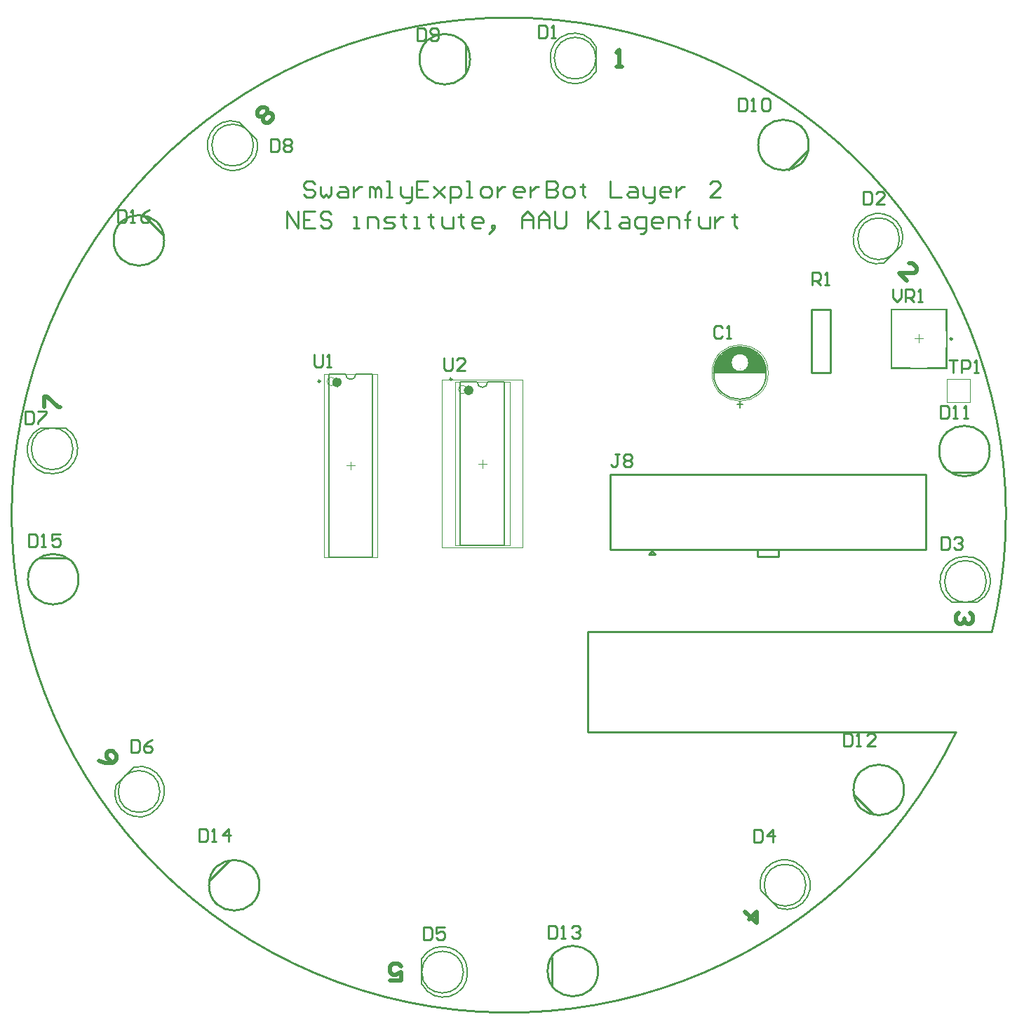
<source format=gto>
G04*
G04 #@! TF.GenerationSoftware,Altium Limited,CircuitMaker,2.2.1 (6)*
G04*
G04 Layer_Color=15132400*
%FSLAX44Y44*%
%MOMM*%
G71*
G04*
G04 #@! TF.SameCoordinates,C6CF6D27-CB2A-4CAF-B18B-BA4932DD29FA*
G04*
G04*
G04 #@! TF.FilePolarity,Positive*
G04*
G01*
G75*
%ADD10C,0.2540*%
%ADD11C,0.1270*%
%ADD12C,0.0500*%
%ADD13C,0.3556*%
%ADD14C,0.2000*%
%ADD15C,0.2500*%
%ADD16C,0.6000*%
%ADD17C,0.5000*%
%ADD18C,0.1000*%
G36*
X847248Y771501D02*
Y776273D01*
Y777554D01*
X847748Y780067D01*
X848729Y782434D01*
X850152Y784565D01*
X851058Y785471D01*
X851058Y786075D01*
X851294Y787260D01*
X851756Y788375D01*
X852427Y789380D01*
X852854Y789807D01*
X852854Y789807D01*
X860692Y797645D01*
X861119Y798072D01*
X862124Y798743D01*
X863240Y799205D01*
X864424Y799441D01*
X865028D01*
X865934Y800347D01*
X868065Y801770D01*
X870432Y802751D01*
X872945Y803251D01*
X874227D01*
D01*
X884296D01*
X885150D01*
X886826Y802918D01*
X888404Y802264D01*
X889824Y801315D01*
X890428Y800711D01*
X891334D01*
X893111Y800357D01*
X894785Y799664D01*
X896292Y798657D01*
X896932Y798017D01*
X896932Y798017D01*
X905514Y789435D01*
X906155Y788794D01*
X907161Y787288D01*
X907855Y785614D01*
X908208Y783837D01*
Y782931D01*
X908752Y782387D01*
X909607Y781108D01*
X910196Y779687D01*
X910496Y778178D01*
Y777409D01*
D01*
Y771512D01*
X880268Y771501D01*
X880872Y772105D01*
X882293Y773054D01*
X883871Y773708D01*
X885546Y774041D01*
X886401D01*
D01*
X886618D01*
Y774343D01*
X886736Y774935D01*
X886967Y775493D01*
X887303Y775995D01*
X887516Y776209D01*
D01*
X890428Y779121D01*
Y789281D01*
X885348Y794361D01*
X885033Y794647D01*
X884326Y795119D01*
X883541Y795444D01*
X882707Y795610D01*
X882282Y795631D01*
D01*
X879000D01*
X878098Y795586D01*
X876329Y795235D01*
X874662Y794544D01*
X873162Y793542D01*
X872493Y792936D01*
X872493Y792936D01*
X868236Y788679D01*
X867800Y788198D01*
X867080Y787119D01*
X866583Y785921D01*
X866330Y784649D01*
X866298Y784000D01*
X866355Y782846D01*
X866806Y780581D01*
X867689Y778447D01*
X868972Y776527D01*
X869749Y775671D01*
Y775671D01*
X871224Y774195D01*
X871893Y773589D01*
X873392Y772587D01*
X875058Y771897D01*
X876827Y771545D01*
X877728Y771501D01*
D01*
X847248D01*
D02*
G37*
D10*
X183960Y931480D02*
G03*
X183960Y931480I-30480J0D01*
G01*
X80480Y522700D02*
G03*
X80480Y522700I-30480J0D01*
G01*
X299000Y153480D02*
G03*
X299000Y153480I-30480J0D01*
G01*
X707780Y50000D02*
G03*
X707780Y50000I-30480J0D01*
G01*
X1077000Y268520D02*
G03*
X1077000Y268520I-30480J0D01*
G01*
X1180480Y677300D02*
G03*
X1180480Y677300I-30480J0D01*
G01*
X961960Y1046520D02*
G03*
X961960Y1046520I-30480J0D01*
G01*
X553180Y1150000D02*
G03*
X553180Y1150000I-30480J0D01*
G01*
X964997Y847900D02*
X988430D01*
X964997Y771700D02*
Y847900D01*
Y771700D02*
X988430D01*
Y847900D01*
X159766Y961115D02*
X183115Y937766D01*
X33490Y548100D02*
X66510D01*
X238885Y159766D02*
X262234Y183115D01*
X651900Y33490D02*
Y66510D01*
X1016885Y262234D02*
X1040234Y238885D01*
X1133490Y651900D02*
X1166510D01*
X937766Y1016885D02*
X961115Y1040234D01*
X548100Y1133490D02*
Y1166510D01*
X773000Y556710D02*
X776810Y552900D01*
X773000D02*
X776810D01*
X900000Y550360D02*
Y557980D01*
X925400Y550360D02*
Y557980D01*
X722000Y558200D02*
Y649200D01*
X1103400Y558200D02*
Y649200D01*
X769190Y552900D02*
X773000Y556710D01*
X769190Y552900D02*
X773000D01*
X900000Y550360D02*
X925400D01*
X722000Y558200D02*
X1103400D01*
X722000Y649200D02*
X1103400D01*
X332421Y946205D02*
Y966198D01*
X345750Y946205D01*
Y966198D01*
X365743D02*
X352415D01*
Y946205D01*
X365743D01*
X352415Y956201D02*
X359079D01*
X385737Y962866D02*
X382405Y966198D01*
X375740D01*
X372408Y962866D01*
Y959533D01*
X375740Y956201D01*
X382405D01*
X385737Y952869D01*
Y949537D01*
X382405Y946205D01*
X375740D01*
X372408Y949537D01*
X412395Y946205D02*
X419060D01*
X415727D01*
Y959533D01*
X412395D01*
X429056Y946205D02*
Y959533D01*
X439053D01*
X442385Y956201D01*
Y946205D01*
X449050D02*
X459047D01*
X462379Y949537D01*
X459047Y952869D01*
X452382D01*
X449050Y956201D01*
X452382Y959533D01*
X462379D01*
X472376Y962866D02*
Y959533D01*
X469044D01*
X475708D01*
X472376D01*
Y949537D01*
X475708Y946205D01*
X485705D02*
X492369D01*
X489037D01*
Y959533D01*
X485705D01*
X505698Y962866D02*
Y959533D01*
X502366D01*
X509031D01*
X505698D01*
Y949537D01*
X509031Y946205D01*
X519027Y959533D02*
Y949537D01*
X522360Y946205D01*
X532356D01*
Y959533D01*
X542353Y962866D02*
Y959533D01*
X539021D01*
X545685D01*
X542353D01*
Y949537D01*
X545685Y946205D01*
X565679D02*
X559015D01*
X555682Y949537D01*
Y956201D01*
X559015Y959533D01*
X565679D01*
X569011Y956201D01*
Y952869D01*
X555682D01*
X579008Y942872D02*
X582340Y946205D01*
Y949537D01*
X579008D01*
Y946205D01*
X582340D01*
X579008Y942872D01*
X575676Y939540D01*
X615663Y946205D02*
Y959533D01*
X622327Y966198D01*
X628992Y959533D01*
Y946205D01*
Y956201D01*
X615663D01*
X635657Y946205D02*
Y959533D01*
X642321Y966198D01*
X648986Y959533D01*
Y946205D01*
Y956201D01*
X635657D01*
X655650Y966198D02*
Y949537D01*
X658982Y946205D01*
X665647D01*
X668979Y949537D01*
Y966198D01*
X695637D02*
Y946205D01*
Y952869D01*
X708966Y966198D01*
X698969Y956201D01*
X708966Y946205D01*
X715631D02*
X722295D01*
X718963D01*
Y966198D01*
X715631D01*
X735624Y959533D02*
X742289D01*
X745621Y956201D01*
Y946205D01*
X735624D01*
X732292Y949537D01*
X735624Y952869D01*
X745621D01*
X758950Y939540D02*
X762282D01*
X765615Y942872D01*
Y959533D01*
X755618D01*
X752286Y956201D01*
Y949537D01*
X755618Y946205D01*
X765615D01*
X782276D02*
X775611D01*
X772279Y949537D01*
Y956201D01*
X775611Y959533D01*
X782276D01*
X785608Y956201D01*
Y952869D01*
X772279D01*
X792273Y946205D02*
Y959533D01*
X802269D01*
X805602Y956201D01*
Y946205D01*
X815599D02*
Y962866D01*
Y956201D01*
X812266D01*
X818931D01*
X815599D01*
Y962866D01*
X818931Y966198D01*
X828928Y959533D02*
Y949537D01*
X832260Y946205D01*
X842256D01*
Y959533D01*
X848921D02*
Y946205D01*
Y952869D01*
X852253Y956201D01*
X855586Y959533D01*
X858918D01*
X872247Y962866D02*
Y959533D01*
X868915D01*
X875579D01*
X872247D01*
Y949537D01*
X875579Y946205D01*
X365743Y999866D02*
X362411Y1003198D01*
X355747D01*
X352414Y999866D01*
Y996534D01*
X355747Y993201D01*
X362411D01*
X365743Y989869D01*
Y986537D01*
X362411Y983204D01*
X355747D01*
X352414Y986537D01*
X372408Y996534D02*
Y986537D01*
X375740Y983204D01*
X379072Y986537D01*
X382405Y983204D01*
X385737Y986537D01*
Y996534D01*
X395734D02*
X402398D01*
X405731Y993201D01*
Y983204D01*
X395734D01*
X392402Y986537D01*
X395734Y989869D01*
X405731D01*
X412395Y996534D02*
Y983204D01*
Y989869D01*
X415727Y993201D01*
X419060Y996534D01*
X422392D01*
X432389Y983204D02*
Y996534D01*
X435721D01*
X439053Y993201D01*
Y983204D01*
Y993201D01*
X442385Y996534D01*
X445718Y993201D01*
Y983204D01*
X452382D02*
X459047D01*
X455714D01*
Y1003198D01*
X452382D01*
X469044Y996534D02*
Y986537D01*
X472376Y983204D01*
X482373D01*
Y979872D01*
X479040Y976540D01*
X475708D01*
X482373Y983204D02*
Y996534D01*
X502366Y1003198D02*
X489037D01*
Y983204D01*
X502366D01*
X489037Y993201D02*
X495702D01*
X509031Y996534D02*
X522360Y983204D01*
X515695Y989869D01*
X522360Y996534D01*
X509031Y983204D01*
X529024Y976540D02*
Y996534D01*
X539021D01*
X542353Y993201D01*
Y986537D01*
X539021Y983204D01*
X529024D01*
X549018D02*
X555682D01*
X552350D01*
Y1003198D01*
X549018D01*
X569011Y983204D02*
X575676D01*
X579008Y986537D01*
Y993201D01*
X575676Y996534D01*
X569011D01*
X565679Y993201D01*
Y986537D01*
X569011Y983204D01*
X585673Y996534D02*
Y983204D01*
Y989869D01*
X589005Y993201D01*
X592337Y996534D01*
X595669D01*
X615663Y983204D02*
X608998D01*
X605666Y986537D01*
Y993201D01*
X608998Y996534D01*
X615663D01*
X618995Y993201D01*
Y989869D01*
X605666D01*
X625660Y996534D02*
Y983204D01*
Y989869D01*
X628992Y993201D01*
X632324Y996534D01*
X635657D01*
X645653Y1003198D02*
Y983204D01*
X655650D01*
X658982Y986537D01*
Y989869D01*
X655650Y993201D01*
X645653D01*
X655650D01*
X658982Y996534D01*
Y999866D01*
X655650Y1003198D01*
X645653D01*
X668979Y983204D02*
X675644D01*
X678976Y986537D01*
Y993201D01*
X675644Y996534D01*
X668979D01*
X665647Y993201D01*
Y986537D01*
X668979Y983204D01*
X688973Y999866D02*
Y996534D01*
X685640D01*
X692305D01*
X688973D01*
Y986537D01*
X692305Y983204D01*
X722295Y1003198D02*
Y983204D01*
X735624D01*
X745621Y996534D02*
X752286D01*
X755618Y993201D01*
Y983204D01*
X745621D01*
X742289Y986537D01*
X745621Y989869D01*
X755618D01*
X762282Y996534D02*
Y986537D01*
X765615Y983204D01*
X775611D01*
Y979872D01*
X772279Y976540D01*
X768947D01*
X775611Y983204D02*
Y996534D01*
X792273Y983204D02*
X785608D01*
X782276Y986537D01*
Y993201D01*
X785608Y996534D01*
X792273D01*
X795605Y993201D01*
Y989869D01*
X782276D01*
X802270Y996534D02*
Y983204D01*
Y989869D01*
X805602Y993201D01*
X808934Y996534D01*
X812266D01*
X855586Y983204D02*
X842257D01*
X855586Y996534D01*
Y999866D01*
X852253Y1003198D01*
X845589D01*
X842257Y999866D01*
X857755Y826004D02*
X855216Y828543D01*
X850137D01*
X847598Y826004D01*
Y815847D01*
X850137Y813308D01*
X855216D01*
X857755Y815847D01*
X862833Y813308D02*
X867911D01*
X865372D01*
Y828543D01*
X862833Y826004D01*
X1063244Y872231D02*
Y862074D01*
X1068322Y856996D01*
X1073401Y862074D01*
Y872231D01*
X1078479Y856996D02*
Y872231D01*
X1086097D01*
X1088636Y869692D01*
Y864613D01*
X1086097Y862074D01*
X1078479D01*
X1083557D02*
X1088636Y856996D01*
X1093714D02*
X1098792D01*
X1096253D01*
Y872231D01*
X1093714Y869692D01*
X521970Y789427D02*
Y776731D01*
X524509Y774192D01*
X529588D01*
X532127Y776731D01*
Y789427D01*
X547362Y774192D02*
X537205D01*
X547362Y784349D01*
Y786888D01*
X544823Y789427D01*
X539744D01*
X537205Y786888D01*
X364998Y793999D02*
Y781303D01*
X367537Y778764D01*
X372616D01*
X375155Y781303D01*
Y793999D01*
X380233Y778764D02*
X385311D01*
X382772D01*
Y793999D01*
X380233Y791460D01*
X1131316Y787141D02*
X1141473D01*
X1136394D01*
Y771906D01*
X1146551D02*
Y787141D01*
X1154169D01*
X1156708Y784602D01*
Y779523D01*
X1154169Y776984D01*
X1146551D01*
X1161786Y771906D02*
X1166864D01*
X1164325D01*
Y787141D01*
X1161786Y784602D01*
X966216Y877824D02*
Y893059D01*
X973833D01*
X976373Y890520D01*
Y885442D01*
X973833Y882902D01*
X966216D01*
X971294D02*
X976373Y877824D01*
X981451D02*
X986529D01*
X983990D01*
Y893059D01*
X981451Y890520D01*
X127956Y968617D02*
Y953382D01*
X135574D01*
X138113Y955922D01*
Y966078D01*
X135574Y968617D01*
X127956D01*
X143191Y953382D02*
X148270D01*
X145730D01*
Y968617D01*
X143191Y966078D01*
X166044Y968617D02*
X160965Y966078D01*
X155887Y961000D01*
Y955922D01*
X158426Y953382D01*
X163505D01*
X166044Y955922D01*
Y958461D01*
X163505Y961000D01*
X155887D01*
X20828Y577337D02*
Y562102D01*
X28445D01*
X30985Y564641D01*
Y574798D01*
X28445Y577337D01*
X20828D01*
X36063Y562102D02*
X41141D01*
X38602D01*
Y577337D01*
X36063Y574798D01*
X58916Y577337D02*
X48759D01*
Y569720D01*
X53837Y572259D01*
X56377D01*
X58916Y569720D01*
Y564641D01*
X56377Y562102D01*
X51298D01*
X48759Y564641D01*
X226060Y221229D02*
Y205994D01*
X233678D01*
X236217Y208533D01*
Y218690D01*
X233678Y221229D01*
X226060D01*
X241295Y205994D02*
X246373D01*
X243834D01*
Y221229D01*
X241295Y218690D01*
X261609Y205994D02*
Y221229D01*
X253991Y213612D01*
X264148D01*
X648208Y104643D02*
Y89408D01*
X655826D01*
X658365Y91947D01*
Y102104D01*
X655826Y104643D01*
X648208D01*
X663443Y89408D02*
X668521D01*
X665982D01*
Y104643D01*
X663443Y102104D01*
X676139D02*
X678678Y104643D01*
X683756D01*
X686296Y102104D01*
Y99565D01*
X683756Y97025D01*
X681217D01*
X683756D01*
X686296Y94486D01*
Y91947D01*
X683756Y89408D01*
X678678D01*
X676139Y91947D01*
X1004062Y336291D02*
Y321056D01*
X1011680D01*
X1014219Y323595D01*
Y333752D01*
X1011680Y336291D01*
X1004062D01*
X1019297Y321056D02*
X1024375D01*
X1021836D01*
Y336291D01*
X1019297Y333752D01*
X1042150Y321056D02*
X1031993D01*
X1042150Y331213D01*
Y333752D01*
X1039611Y336291D01*
X1034532D01*
X1031993Y333752D01*
X1120902Y732023D02*
Y716788D01*
X1128520D01*
X1131059Y719327D01*
Y729484D01*
X1128520Y732023D01*
X1120902D01*
X1136137Y716788D02*
X1141215D01*
X1138676D01*
Y732023D01*
X1136137Y729484D01*
X1148833Y716788D02*
X1153911D01*
X1151372D01*
Y732023D01*
X1148833Y729484D01*
X876956Y1102617D02*
Y1087383D01*
X884574D01*
X887113Y1089922D01*
Y1100078D01*
X884574Y1102617D01*
X876956D01*
X892191Y1087383D02*
X897270D01*
X894730D01*
Y1102617D01*
X892191Y1100078D01*
X904887D02*
X907426Y1102617D01*
X912505D01*
X915044Y1100078D01*
Y1089922D01*
X912505Y1087383D01*
X907426D01*
X904887Y1089922D01*
Y1100078D01*
X489304Y1187617D02*
Y1172383D01*
X496922D01*
X499461Y1174922D01*
Y1185078D01*
X496922Y1187617D01*
X489304D01*
X504539Y1174922D02*
X507078Y1172383D01*
X512157D01*
X514696Y1174922D01*
Y1185078D01*
X512157Y1187617D01*
X507078D01*
X504539Y1185078D01*
Y1182539D01*
X507078Y1180000D01*
X514696D01*
X312304Y1053617D02*
Y1038382D01*
X319922D01*
X322461Y1040922D01*
Y1051078D01*
X319922Y1053617D01*
X312304D01*
X327539Y1051078D02*
X330078Y1053617D01*
X335157D01*
X337696Y1051078D01*
Y1048539D01*
X335157Y1046000D01*
X337696Y1043461D01*
Y1040922D01*
X335157Y1038382D01*
X330078D01*
X327539Y1040922D01*
Y1043461D01*
X330078Y1046000D01*
X327539Y1048539D01*
Y1051078D01*
X330078Y1046000D02*
X335157D01*
X16304Y725618D02*
Y710383D01*
X23922D01*
X26461Y712922D01*
Y723078D01*
X23922Y725618D01*
X16304D01*
X31539D02*
X41696D01*
Y723078D01*
X31539Y712922D01*
Y710383D01*
X144304Y328618D02*
Y313382D01*
X151922D01*
X154461Y315922D01*
Y326078D01*
X151922Y328618D01*
X144304D01*
X169696D02*
X164618Y326078D01*
X159539Y321000D01*
Y315922D01*
X162078Y313382D01*
X167157D01*
X169696Y315922D01*
Y318461D01*
X167157Y321000D01*
X159539D01*
X496824Y103119D02*
Y87884D01*
X504441D01*
X506981Y90423D01*
Y100580D01*
X504441Y103119D01*
X496824D01*
X522216D02*
X512059D01*
Y95501D01*
X517137Y98041D01*
X519677D01*
X522216Y95501D01*
Y90423D01*
X519677Y87884D01*
X514598D01*
X512059Y90423D01*
X895604Y220467D02*
Y205232D01*
X903222D01*
X905761Y207771D01*
Y217928D01*
X903222Y220467D01*
X895604D01*
X918457Y205232D02*
Y220467D01*
X910839Y212850D01*
X920996D01*
X1122426Y573527D02*
Y558292D01*
X1130043D01*
X1132583Y560831D01*
Y570988D01*
X1130043Y573527D01*
X1122426D01*
X1137661Y570988D02*
X1140200Y573527D01*
X1145279D01*
X1147818Y570988D01*
Y568449D01*
X1145279Y565910D01*
X1142739D01*
X1145279D01*
X1147818Y563370D01*
Y560831D01*
X1145279Y558292D01*
X1140200D01*
X1137661Y560831D01*
X1028304Y990618D02*
Y975383D01*
X1035922D01*
X1038461Y977922D01*
Y988078D01*
X1035922Y990618D01*
X1028304D01*
X1053696Y975383D02*
X1043539D01*
X1053696Y985539D01*
Y988078D01*
X1051157Y990618D01*
X1046078D01*
X1043539Y988078D01*
X635843Y1190618D02*
Y1175383D01*
X643461D01*
X646000Y1177922D01*
Y1188078D01*
X643461Y1190618D01*
X635843D01*
X651078Y1175383D02*
X656157D01*
X653618D01*
Y1190618D01*
X651078Y1188078D01*
X733549Y673349D02*
X728470D01*
X731010D01*
Y660653D01*
X728470Y658114D01*
X725931D01*
X723392Y660653D01*
X738627Y670810D02*
X741166Y673349D01*
X746245D01*
X748784Y670810D01*
Y668271D01*
X746245Y665732D01*
X748784Y663192D01*
Y660653D01*
X746245Y658114D01*
X741166D01*
X738627Y660653D01*
Y663192D01*
X741166Y665732D01*
X738627Y668271D01*
Y670810D01*
X741166Y665732D02*
X746245D01*
X1183186Y458955D02*
G03*
X1139604Y337651I-583186J141045D01*
G01*
X695000Y459000D02*
X1183000D01*
X695000Y338000D02*
Y459000D01*
Y338000D02*
X1140000D01*
D11*
X1024287Y953713D02*
G03*
X1052674Y904112I21063J-20869D01*
G01*
X1074057Y925495D02*
G03*
X1024287Y953713I-27602J9316D01*
G01*
X1071544Y933398D02*
G03*
X1071544Y933398I-25146J0D01*
G01*
X650000Y1150000D02*
G03*
X705146Y1135000I29650J137D01*
G01*
Y1165240D02*
G03*
X650000Y1150000I-26105J-12930D01*
G01*
X705146Y1151270D02*
G03*
X705146Y1151270I-25146J0D01*
G01*
X246287Y1024287D02*
G03*
X295888Y1052674I20869J21063D01*
G01*
X274505Y1074057D02*
G03*
X246287Y1024287I-9316J-27602D01*
G01*
X291748Y1046398D02*
G03*
X291748Y1046398I-25146J0D01*
G01*
X175713Y246287D02*
G03*
X147326Y295888I-21063J20869D01*
G01*
X125943Y274505D02*
G03*
X175713Y246287I27602J-9316D01*
G01*
X178748Y266602D02*
G03*
X178748Y266602I-25146J0D01*
G01*
X50000Y650000D02*
G03*
X65000Y705146I-137J29650D01*
G01*
X34760D02*
G03*
X50000Y650000I12930J-26105D01*
G01*
X73876Y680000D02*
G03*
X73876Y680000I-25146J0D01*
G01*
X545146Y48730D02*
G03*
X545146Y48730I-25146J0D01*
G01*
X494854Y34760D02*
G03*
X550000Y50000I26105J12930D01*
G01*
X550000D02*
G03*
X494854Y65000I-29650J-137D01*
G01*
X958544Y153602D02*
G03*
X958544Y153602I-25146J0D01*
G01*
X925495Y125943D02*
G03*
X953713Y175713I9316J27602D01*
G01*
X953713D02*
G03*
X904112Y147326I-20869J-21063D01*
G01*
X1176416Y520000D02*
G03*
X1176416Y520000I-25146J0D01*
G01*
X1165240Y494854D02*
G03*
X1150000Y550000I-12930J26105D01*
G01*
Y550000D02*
G03*
X1135000Y494854I137J-29650D01*
G01*
X1052674Y904112D02*
X1074057Y925495D01*
X705146Y1135000D02*
Y1165240D01*
X274505Y1074057D02*
X295888Y1052674D01*
X125943Y274505D02*
X147326Y295888D01*
X34760Y705146D02*
X65000D01*
X494854Y34760D02*
Y65000D01*
X904112Y147326D02*
X925495Y125943D01*
X1135000Y494854D02*
X1165240D01*
D12*
X913198Y771501D02*
G03*
X913198Y771501I-33937J0D01*
G01*
X1156970Y736030D02*
Y763970D01*
X1129030Y736030D02*
X1156970D01*
X1129030D02*
Y763970D01*
X1156970D01*
X519600Y561100D02*
X616600D01*
X519600Y763100D02*
X616600D01*
Y561100D02*
Y763100D01*
X519600Y561100D02*
Y763100D01*
X1061000Y777050D02*
X1129000D01*
X1061000Y848950D02*
X1129000D01*
Y777050D02*
Y848950D01*
X1061000Y777050D02*
Y848950D01*
D13*
X890631Y784000D02*
G03*
X890631Y784000I-11631J0D01*
G01*
D14*
X910748Y771501D02*
G03*
X910748Y771501I-31750J0D01*
G01*
X402750Y770200D02*
G03*
X415450Y770200I6350J0D01*
G01*
X561750Y760600D02*
G03*
X574450Y760600I6350J0D01*
G01*
X878998Y729591D02*
Y737211D01*
X875327Y733401D02*
X882808D01*
X847248Y771501D02*
X910748D01*
X382600Y549200D02*
Y770200D01*
X435600Y549200D02*
Y770200D01*
X382600D02*
X402750D01*
X415450D02*
X435600D01*
X382600Y549200D02*
X435600D01*
X541600Y563600D02*
X594600D01*
X574450Y760600D02*
X594600D01*
X541600D02*
X561750D01*
X594600Y563600D02*
Y760600D01*
X541600Y563600D02*
Y760600D01*
X1062000Y778050D02*
X1084750D01*
X1105250D02*
X1128000D01*
X1062000Y822900D02*
Y847950D01*
Y778050D02*
Y802400D01*
X1128000Y778050D02*
Y802400D01*
Y822900D02*
Y847950D01*
X1062000D02*
X1128000D01*
D15*
X372250Y761600D02*
G03*
X372250Y761600I-1250J0D01*
G01*
X531250Y764000D02*
G03*
X531250Y764000I-1250J0D01*
G01*
X1135250Y812650D02*
G03*
X1135250Y812650I-1250J0D01*
G01*
D16*
X395600Y760200D02*
G03*
X395600Y760200I-3000J0D01*
G01*
X554600Y750600D02*
G03*
X554600Y750600I-3000J0D01*
G01*
D17*
X296219Y1082852D02*
X296219Y1087565D01*
X300931Y1092277D01*
X305644Y1092277D01*
X308000Y1089921D01*
Y1085209D01*
X312713Y1085209D01*
X315069Y1082852D01*
Y1078140D01*
X310356Y1073427D01*
X305644D01*
X303288Y1075784D01*
X303288Y1080496D01*
X298575D01*
X296219Y1082852D01*
X303288Y1080496D02*
X308000Y1085209D01*
X105366Y303287D02*
X112435Y300931D01*
X121860D01*
X126573Y305644D01*
Y310356D01*
X121860Y315069D01*
X117148D01*
X114791Y312712D01*
X114791Y308000D01*
X121860Y300931D01*
X884931Y121860D02*
X899069Y107723D01*
Y121860D01*
X889644Y112435D01*
X39007Y730000D02*
Y743329D01*
X42339D01*
X55668Y730000D01*
X59000D01*
X456671Y39007D02*
X470000D01*
Y49003D01*
X463335Y45671D01*
X460003D01*
X456671Y49003D01*
Y55668D01*
X460003Y59000D01*
X466668D01*
X470000Y55668D01*
X1080496Y882575D02*
X1071071Y892000D01*
X1089921D01*
X1092277Y894356D01*
X1092277Y899069D01*
X1087565Y903781D01*
X1082852Y903781D01*
X1156661Y482000D02*
X1159994Y478668D01*
Y472003D01*
X1156661Y468671D01*
X1153329D01*
X1149997Y472003D01*
Y475336D01*
Y472003D01*
X1146665Y468671D01*
X1143332D01*
X1140000Y472003D01*
Y478668D01*
X1143332Y482000D01*
X730000Y1141000D02*
X736665D01*
X733332D01*
Y1160993D01*
X730000Y1157661D01*
D18*
X390600Y761200D02*
G03*
X390600Y761200I-5000J0D01*
G01*
X549100Y751600D02*
G03*
X549100Y751600I-5000J0D01*
G01*
X376600Y549200D02*
Y770200D01*
X441600Y549200D02*
Y770200D01*
X376600D02*
X441600D01*
X376600Y549200D02*
X441600D01*
X535100Y563600D02*
X601100D01*
X535100Y760600D02*
X601100D01*
Y563600D02*
Y760600D01*
X535100Y563600D02*
Y760600D01*
X1062000Y778050D02*
Y847950D01*
X1128000Y778050D02*
Y847950D01*
X1062000D02*
X1128000D01*
X1062000Y778050D02*
X1128000D01*
X878998Y776581D02*
X879261D01*
X404100Y659700D02*
X414100D01*
X409100Y654700D02*
Y664700D01*
X568100Y657100D02*
Y667100D01*
X563100Y662100D02*
X573100D01*
X1090000Y813000D02*
X1100000D01*
X1095000Y808000D02*
Y818000D01*
M02*

</source>
